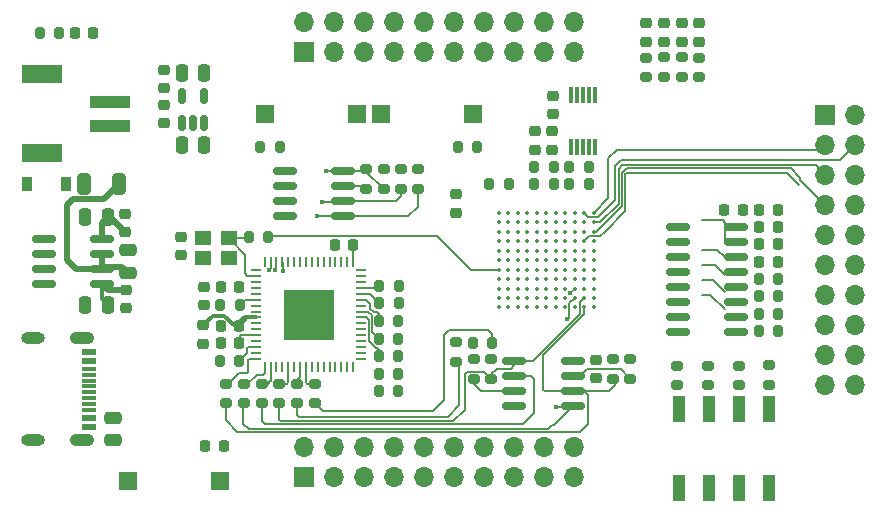
<source format=gbr>
%TF.GenerationSoftware,KiCad,Pcbnew,(6.0.0)*%
%TF.CreationDate,2022-08-04T21:46:00+02:00*%
%TF.ProjectId,TINY-FPGA-BOARD,54494e59-2d46-4504-9741-2d424f415244,rev?*%
%TF.SameCoordinates,Original*%
%TF.FileFunction,Copper,L1,Top*%
%TF.FilePolarity,Positive*%
%FSLAX46Y46*%
G04 Gerber Fmt 4.6, Leading zero omitted, Abs format (unit mm)*
G04 Created by KiCad (PCBNEW (6.0.0)) date 2022-08-04 21:46:00*
%MOMM*%
%LPD*%
G01*
G04 APERTURE LIST*
G04 Aperture macros list*
%AMRoundRect*
0 Rectangle with rounded corners*
0 $1 Rounding radius*
0 $2 $3 $4 $5 $6 $7 $8 $9 X,Y pos of 4 corners*
0 Add a 4 corners polygon primitive as box body*
4,1,4,$2,$3,$4,$5,$6,$7,$8,$9,$2,$3,0*
0 Add four circle primitives for the rounded corners*
1,1,$1+$1,$2,$3*
1,1,$1+$1,$4,$5*
1,1,$1+$1,$6,$7*
1,1,$1+$1,$8,$9*
0 Add four rect primitives between the rounded corners*
20,1,$1+$1,$2,$3,$4,$5,0*
20,1,$1+$1,$4,$5,$6,$7,0*
20,1,$1+$1,$6,$7,$8,$9,0*
20,1,$1+$1,$8,$9,$2,$3,0*%
G04 Aperture macros list end*
%TA.AperFunction,SMDPad,CuDef*%
%ADD10RoundRect,0.225000X-0.250000X0.225000X-0.250000X-0.225000X0.250000X-0.225000X0.250000X0.225000X0*%
%TD*%
%TA.AperFunction,SMDPad,CuDef*%
%ADD11RoundRect,0.200000X0.275000X-0.200000X0.275000X0.200000X-0.275000X0.200000X-0.275000X-0.200000X0*%
%TD*%
%TA.AperFunction,SMDPad,CuDef*%
%ADD12RoundRect,0.200000X-0.275000X0.200000X-0.275000X-0.200000X0.275000X-0.200000X0.275000X0.200000X0*%
%TD*%
%TA.AperFunction,SMDPad,CuDef*%
%ADD13RoundRect,0.225000X0.250000X-0.225000X0.250000X0.225000X-0.250000X0.225000X-0.250000X-0.225000X0*%
%TD*%
%TA.AperFunction,SMDPad,CuDef*%
%ADD14RoundRect,0.200000X-0.200000X-0.275000X0.200000X-0.275000X0.200000X0.275000X-0.200000X0.275000X0*%
%TD*%
%TA.AperFunction,SMDPad,CuDef*%
%ADD15R,3.500000X1.000000*%
%TD*%
%TA.AperFunction,SMDPad,CuDef*%
%ADD16R,3.400000X1.500000*%
%TD*%
%TA.AperFunction,SMDPad,CuDef*%
%ADD17RoundRect,0.250000X-0.475000X0.250000X-0.475000X-0.250000X0.475000X-0.250000X0.475000X0.250000X0*%
%TD*%
%TA.AperFunction,SMDPad,CuDef*%
%ADD18RoundRect,0.250000X-0.250000X-0.475000X0.250000X-0.475000X0.250000X0.475000X-0.250000X0.475000X0*%
%TD*%
%TA.AperFunction,SMDPad,CuDef*%
%ADD19RoundRect,0.150000X0.825000X0.150000X-0.825000X0.150000X-0.825000X-0.150000X0.825000X-0.150000X0*%
%TD*%
%TA.AperFunction,SMDPad,CuDef*%
%ADD20RoundRect,0.225000X-0.225000X-0.250000X0.225000X-0.250000X0.225000X0.250000X-0.225000X0.250000X0*%
%TD*%
%TA.AperFunction,SMDPad,CuDef*%
%ADD21R,1.150000X0.600000*%
%TD*%
%TA.AperFunction,SMDPad,CuDef*%
%ADD22R,1.150000X0.300000*%
%TD*%
%TA.AperFunction,ComponentPad*%
%ADD23O,2.000000X1.000000*%
%TD*%
%TA.AperFunction,ComponentPad*%
%ADD24O,2.100000X1.050000*%
%TD*%
%TA.AperFunction,SMDPad,CuDef*%
%ADD25R,1.120000X2.160000*%
%TD*%
%TA.AperFunction,SMDPad,CuDef*%
%ADD26RoundRect,0.225000X0.225000X0.250000X-0.225000X0.250000X-0.225000X-0.250000X0.225000X-0.250000X0*%
%TD*%
%TA.AperFunction,SMDPad,CuDef*%
%ADD27RoundRect,0.150000X0.150000X-0.512500X0.150000X0.512500X-0.150000X0.512500X-0.150000X-0.512500X0*%
%TD*%
%TA.AperFunction,SMDPad,CuDef*%
%ADD28RoundRect,0.200000X0.200000X0.275000X-0.200000X0.275000X-0.200000X-0.275000X0.200000X-0.275000X0*%
%TD*%
%TA.AperFunction,SMDPad,CuDef*%
%ADD29RoundRect,0.250000X0.250000X0.475000X-0.250000X0.475000X-0.250000X-0.475000X0.250000X-0.475000X0*%
%TD*%
%TA.AperFunction,ComponentPad*%
%ADD30R,1.700000X1.700000*%
%TD*%
%TA.AperFunction,ComponentPad*%
%ADD31O,1.700000X1.700000*%
%TD*%
%TA.AperFunction,SMDPad,CuDef*%
%ADD32RoundRect,0.218750X0.218750X0.256250X-0.218750X0.256250X-0.218750X-0.256250X0.218750X-0.256250X0*%
%TD*%
%TA.AperFunction,SMDPad,CuDef*%
%ADD33RoundRect,0.150000X-0.825000X-0.150000X0.825000X-0.150000X0.825000X0.150000X-0.825000X0.150000X0*%
%TD*%
%TA.AperFunction,SMDPad,CuDef*%
%ADD34RoundRect,0.250000X-0.325000X-0.650000X0.325000X-0.650000X0.325000X0.650000X-0.325000X0.650000X0*%
%TD*%
%TA.AperFunction,SMDPad,CuDef*%
%ADD35R,1.500000X1.500000*%
%TD*%
%TA.AperFunction,SMDPad,CuDef*%
%ADD36RoundRect,0.218750X-0.256250X0.218750X-0.256250X-0.218750X0.256250X-0.218750X0.256250X0.218750X0*%
%TD*%
%TA.AperFunction,SMDPad,CuDef*%
%ADD37R,0.300000X1.400000*%
%TD*%
%TA.AperFunction,SMDPad,CuDef*%
%ADD38R,1.400000X1.200000*%
%TD*%
%TA.AperFunction,SMDPad,CuDef*%
%ADD39R,0.900000X1.200000*%
%TD*%
%TA.AperFunction,SMDPad,CuDef*%
%ADD40RoundRect,0.250000X0.475000X-0.250000X0.475000X0.250000X-0.475000X0.250000X-0.475000X-0.250000X0*%
%TD*%
%TA.AperFunction,SMDPad,CuDef*%
%ADD41RoundRect,0.062500X-0.337500X-0.062500X0.337500X-0.062500X0.337500X0.062500X-0.337500X0.062500X0*%
%TD*%
%TA.AperFunction,SMDPad,CuDef*%
%ADD42RoundRect,0.062500X-0.062500X-0.337500X0.062500X-0.337500X0.062500X0.337500X-0.062500X0.337500X0*%
%TD*%
%TA.AperFunction,SMDPad,CuDef*%
%ADD43R,4.350000X4.350000*%
%TD*%
%TA.AperFunction,SMDPad,CuDef*%
%ADD44C,0.350000*%
%TD*%
%TA.AperFunction,ViaPad*%
%ADD45C,0.400000*%
%TD*%
%TA.AperFunction,Conductor*%
%ADD46C,0.300000*%
%TD*%
%TA.AperFunction,Conductor*%
%ADD47C,0.500000*%
%TD*%
%TA.AperFunction,Conductor*%
%ADD48C,0.127000*%
%TD*%
G04 APERTURE END LIST*
D10*
%TO.P,C12,1*%
%TO.N,+3V3*%
X119270000Y-100855000D03*
%TO.P,C12,2*%
%TO.N,GND*%
X119270000Y-102405000D03*
%TD*%
D11*
%TO.P,R6,1*%
%TO.N,/USB\u002C SPI\u002C RS232 Interface/FT_EECLK*%
X102775000Y-86350000D03*
%TO.P,R6,2*%
%TO.N,+3V3*%
X102775000Y-84700000D03*
%TD*%
D12*
%TO.P,R10,1*%
%TO.N,/USB\u002C SPI\u002C RS232 Interface/FT_DATA*%
X99875000Y-84700000D03*
%TO.P,R10,2*%
%TO.N,Net-(R10-Pad2)*%
X99875000Y-86350000D03*
%TD*%
D13*
%TO.P,C14,1*%
%TO.N,+3V3*%
X115625000Y-83050000D03*
%TO.P,C14,2*%
%TO.N,GND*%
X115625000Y-81500000D03*
%TD*%
D14*
%TO.P,R46,1*%
%TO.N,GND*%
X107625000Y-82850000D03*
%TO.P,R46,2*%
%TO.N,/FPGA IOs  BANKS/BTN1*%
X109275000Y-82850000D03*
%TD*%
D15*
%TO.P,J2,1,Pin_1*%
%TO.N,Net-(D1-Pad2)*%
X78150000Y-79000000D03*
%TO.P,J2,2,Pin_2*%
%TO.N,GND*%
X78150000Y-81000000D03*
D16*
%TO.P,J2,S1*%
%TO.N,N/C*%
X72400000Y-76650000D03*
%TO.P,J2,S2*%
X72400000Y-83350000D03*
%TD*%
D11*
%TO.P,R4,1*%
%TO.N,/SCK*%
X120740000Y-102445000D03*
%TO.P,R4,2*%
%TO.N,+3V3*%
X120740000Y-100795000D03*
%TD*%
D17*
%TO.P,C28,1*%
%TO.N,VBUS*%
X78450000Y-105750000D03*
%TO.P,C28,2*%
%TO.N,GND*%
X78450000Y-107650000D03*
%TD*%
D18*
%TO.P,C36,1*%
%TO.N,GND*%
X76075000Y-96175000D03*
%TO.P,C36,2*%
%TO.N,+3V3*%
X77975000Y-96175000D03*
%TD*%
D11*
%TO.P,R22,1*%
%TO.N,/MOSI*%
X91000000Y-104525000D03*
%TO.P,R22,2*%
%TO.N,/USB\u002C SPI\u002C RS232 Interface/MISO*%
X91000000Y-102875000D03*
%TD*%
D19*
%TO.P,U3,1,CS*%
%TO.N,/USB\u002C SPI\u002C RS232 Interface/FT_EECS*%
X97925000Y-88680000D03*
%TO.P,U3,2,SCLK*%
%TO.N,/USB\u002C SPI\u002C RS232 Interface/FT_EECLK*%
X97925000Y-87410000D03*
%TO.P,U3,3,DI*%
%TO.N,Net-(R10-Pad2)*%
X97925000Y-86140000D03*
%TO.P,U3,4,DO*%
%TO.N,/USB\u002C SPI\u002C RS232 Interface/FT_DATA*%
X97925000Y-84870000D03*
%TO.P,U3,5,GND*%
%TO.N,GND*%
X92975000Y-84870000D03*
%TO.P,U3,6,NC*%
%TO.N,unconnected-(U3-Pad6)*%
X92975000Y-86140000D03*
%TO.P,U3,7,NC*%
%TO.N,unconnected-(U3-Pad7)*%
X92975000Y-87410000D03*
%TO.P,U3,8,VCC*%
%TO.N,+3V3*%
X92975000Y-88680000D03*
%TD*%
D20*
%TO.P,C1,1*%
%TO.N,+3V3*%
X133145000Y-89610000D03*
%TO.P,C1,2*%
%TO.N,GND*%
X134695000Y-89610000D03*
%TD*%
D21*
%TO.P,J1,A1/B12,GND*%
%TO.N,GND*%
X76390000Y-100137500D03*
%TO.P,J1,A4/B9,VBUS*%
%TO.N,VBUS*%
X76390000Y-100937500D03*
D22*
%TO.P,J1,A5,CC1*%
%TO.N,unconnected-(J1-PadA5)*%
X76390000Y-102087500D03*
%TO.P,J1,A6,DP1*%
%TO.N,USB_P*%
X76390000Y-103087500D03*
%TO.P,J1,A7,DN1*%
%TO.N,USB_N*%
X76390000Y-103587500D03*
%TO.P,J1,A8,SBU1*%
%TO.N,GND*%
X76390000Y-104587500D03*
D21*
%TO.P,J1,B1/A12,GND*%
X76390000Y-106537500D03*
%TO.P,J1,B4/A9,VBUS*%
%TO.N,VBUS*%
X76390000Y-105737500D03*
D22*
%TO.P,J1,B5,CC2*%
%TO.N,unconnected-(J1-PadB5)*%
X76390000Y-105087500D03*
%TO.P,J1,B6,DP2*%
%TO.N,USB_P*%
X76390000Y-104087500D03*
%TO.P,J1,B7,DN2*%
%TO.N,USB_N*%
X76390000Y-102587500D03*
%TO.P,J1,B8,SBU2*%
%TO.N,GND*%
X76390000Y-101587500D03*
D23*
%TO.P,J1,G1,GND*%
X71635000Y-99017500D03*
%TO.P,J1,G2,GND*%
X71635000Y-107657500D03*
D24*
%TO.P,J1,G3,GND*%
X75815000Y-99017500D03*
%TO.P,J1,G4,GND*%
X75815000Y-107657500D03*
%TD*%
D25*
%TO.P,SW1,1*%
%TO.N,/FPGA IOs  BANKS/SW1*%
X133935000Y-104960000D03*
%TO.P,SW1,2*%
%TO.N,/FPGA IOs  BANKS/SW2*%
X131395000Y-104960000D03*
%TO.P,SW1,3*%
%TO.N,/FPGA IOs  BANKS/SW3*%
X128855000Y-104960000D03*
%TO.P,SW1,4*%
%TO.N,/FPGA IOs  BANKS/SW4*%
X126315000Y-104960000D03*
%TO.P,SW1,5*%
%TO.N,+3V3*%
X126315000Y-111690000D03*
%TO.P,SW1,6*%
X128855000Y-111690000D03*
%TO.P,SW1,7*%
X131395000Y-111690000D03*
%TO.P,SW1,8*%
X133935000Y-111690000D03*
%TD*%
D10*
%TO.P,C26,1*%
%TO.N,Net-(C26-Pad1)*%
X82775000Y-79275000D03*
%TO.P,C26,2*%
%TO.N,GND*%
X82775000Y-80825000D03*
%TD*%
D13*
%TO.P,C7,1*%
%TO.N,+3V3*%
X115650000Y-80050000D03*
%TO.P,C7,2*%
%TO.N,GND*%
X115650000Y-78500000D03*
%TD*%
D26*
%TO.P,C21,1*%
%TO.N,+3V3*%
X89075000Y-97950000D03*
%TO.P,C21,2*%
%TO.N,GND*%
X87525000Y-97950000D03*
%TD*%
D27*
%TO.P,U6,1,IN*%
%TO.N,+5V*%
X84250000Y-80762500D03*
%TO.P,U6,2,GND*%
%TO.N,GND*%
X85200000Y-80762500D03*
%TO.P,U6,3,EN*%
%TO.N,+5V*%
X86150000Y-80762500D03*
%TO.P,U6,4,BP*%
%TO.N,Net-(C26-Pad1)*%
X86150000Y-78487500D03*
%TO.P,U6,5,OUT*%
%TO.N,+1V2*%
X84250000Y-78487500D03*
%TD*%
D28*
%TO.P,R32,1*%
%TO.N,DAC_nRDY*%
X118700000Y-85925000D03*
%TO.P,R32,2*%
%TO.N,+3V3*%
X117050000Y-85925000D03*
%TD*%
%TO.P,R35,1*%
%TO.N,DAC_SCL*%
X115750000Y-84500000D03*
%TO.P,R35,2*%
%TO.N,+3V3*%
X114100000Y-84500000D03*
%TD*%
D13*
%TO.P,C29,1*%
%TO.N,+1V2*%
X82775000Y-77850000D03*
%TO.P,C29,2*%
%TO.N,GND*%
X82775000Y-76300000D03*
%TD*%
D14*
%TO.P,R29,1*%
%TO.N,ADC_DO*%
X133095000Y-96935000D03*
%TO.P,R29,2*%
%TO.N,+3V3*%
X134745000Y-96935000D03*
%TD*%
D10*
%TO.P,C22,1*%
%TO.N,+3V3*%
X86100000Y-94675000D03*
%TO.P,C22,2*%
%TO.N,GND*%
X86100000Y-96225000D03*
%TD*%
D29*
%TO.P,C25,1*%
%TO.N,+5V*%
X86150000Y-82675000D03*
%TO.P,C25,2*%
%TO.N,GND*%
X84250000Y-82675000D03*
%TD*%
D28*
%TO.P,R11,1*%
%TO.N,Net-(R11-Pad1)*%
X89125000Y-100900000D03*
%TO.P,R11,2*%
%TO.N,+3V3*%
X87475000Y-100900000D03*
%TD*%
D26*
%TO.P,C20,1*%
%TO.N,/USB\u002C SPI\u002C RS232 Interface/VCC1_8FT*%
X89075000Y-99425000D03*
%TO.P,C20,2*%
%TO.N,GND*%
X87525000Y-99425000D03*
%TD*%
D20*
%TO.P,C2,1*%
%TO.N,+3V3*%
X133145000Y-88135000D03*
%TO.P,C2,2*%
%TO.N,GND*%
X134695000Y-88135000D03*
%TD*%
D14*
%TO.P,R31,1*%
%TO.N,ADC_SCLK*%
X133095000Y-93985000D03*
%TO.P,R31,2*%
%TO.N,+3V3*%
X134745000Y-93985000D03*
%TD*%
D12*
%TO.P,R43,1*%
%TO.N,GND*%
X131375000Y-101325000D03*
%TO.P,R43,2*%
%TO.N,/FPGA IOs  BANKS/SW2*%
X131375000Y-102975000D03*
%TD*%
%TO.P,R38,1*%
%TO.N,Net-(D4-Pad2)*%
X126550000Y-75225000D03*
%TO.P,R38,2*%
%TO.N,/FPGA IOs  BANKS/LED2*%
X126550000Y-76875000D03*
%TD*%
D11*
%TO.P,R3,1*%
%TO.N,Net-(R3-Pad1)*%
X108950000Y-102435000D03*
%TO.P,R3,2*%
%TO.N,+3V3*%
X108950000Y-100785000D03*
%TD*%
D18*
%TO.P,C27,1*%
%TO.N,+1V2*%
X84250000Y-76575000D03*
%TO.P,C27,2*%
%TO.N,GND*%
X86150000Y-76575000D03*
%TD*%
D30*
%TO.P,J3,1,Pin_1*%
%TO.N,+3V3*%
X138725000Y-80075000D03*
D31*
%TO.P,J3,2,Pin_2*%
X141265000Y-80075000D03*
%TO.P,J3,3,Pin_3*%
%TO.N,/FPGA IOs  BANKS/IO168*%
X138725000Y-82615000D03*
%TO.P,J3,4,Pin_4*%
%TO.N,/FPGA IOs  BANKS/IO170*%
X141265000Y-82615000D03*
%TO.P,J3,5,Pin_5*%
%TO.N,/FPGA IOs  BANKS/IO161*%
X138725000Y-85155000D03*
%TO.P,J3,6,Pin_6*%
%TO.N,/FPGA IOs  BANKS/IO154*%
X141265000Y-85155000D03*
%TO.P,J3,7,Pin_7*%
%TO.N,/FPGA IOs  BANKS/IO160*%
X138725000Y-87695000D03*
%TO.P,J3,8,Pin_8*%
%TO.N,/FPGA IOs  BANKS/IO141*%
X141265000Y-87695000D03*
%TO.P,J3,9,Pin_9*%
%TO.N,/FPGA IOs  BANKS/IO152*%
X138725000Y-90235000D03*
%TO.P,J3,10,Pin_10*%
%TO.N,/FPGA IOs  BANKS/IO136*%
X141265000Y-90235000D03*
%TO.P,J3,11,Pin_11*%
%TO.N,/FPGA IOs  BANKS/IO148*%
X138725000Y-92775000D03*
%TO.P,J3,12,Pin_12*%
%TO.N,/FPGA IOs  BANKS/IO120*%
X141265000Y-92775000D03*
%TO.P,J3,13,Pin_13*%
%TO.N,/FPGA IOs  BANKS/IO140*%
X138725000Y-95315000D03*
%TO.P,J3,14,Pin_14*%
%TO.N,/FPGA IOs  BANKS/IO116*%
X141265000Y-95315000D03*
%TO.P,J3,15,Pin_15*%
%TO.N,/FPGA IOs  BANKS/IO119*%
X138725000Y-97855000D03*
%TO.P,J3,16,Pin_16*%
%TO.N,/FPGA IOs  BANKS/IO128*%
X141265000Y-97855000D03*
%TO.P,J3,17,Pin_17*%
%TO.N,/FPGA IOs  BANKS/IO114*%
X138725000Y-100395000D03*
%TO.P,J3,18,Pin_18*%
%TO.N,/FPGA IOs  BANKS/IO104*%
X141265000Y-100395000D03*
%TO.P,J3,19,Pin_19*%
%TO.N,GND*%
X138725000Y-102935000D03*
%TO.P,J3,20,Pin_20*%
X141265000Y-102935000D03*
%TD*%
D14*
%TO.P,R28,1*%
%TO.N,ADC_nCS*%
X133095000Y-98410000D03*
%TO.P,R28,2*%
%TO.N,+3V3*%
X134745000Y-98410000D03*
%TD*%
D11*
%TO.P,R5,1*%
%TO.N,/CS*%
X110420000Y-102445000D03*
%TO.P,R5,2*%
%TO.N,+3V3*%
X110420000Y-100795000D03*
%TD*%
D32*
%TO.P,D2,1,K*%
%TO.N,GND*%
X76762500Y-73150000D03*
%TO.P,D2,2,A*%
%TO.N,Net-(D2-Pad2)*%
X75187500Y-73150000D03*
%TD*%
D33*
%TO.P,U9,1,CH0*%
%TO.N,ADC0*%
X126245000Y-89565000D03*
%TO.P,U9,2,CH1*%
%TO.N,ADC1*%
X126245000Y-90835000D03*
%TO.P,U9,3,CH2*%
%TO.N,ADC2*%
X126245000Y-92105000D03*
%TO.P,U9,4,CH3*%
%TO.N,ADC3*%
X126245000Y-93375000D03*
%TO.P,U9,5,CH4*%
%TO.N,ADC4*%
X126245000Y-94645000D03*
%TO.P,U9,6,CH5*%
%TO.N,ADC5*%
X126245000Y-95915000D03*
%TO.P,U9,7,CH6*%
%TO.N,ADC6*%
X126245000Y-97185000D03*
%TO.P,U9,8,CH7*%
%TO.N,ADC7*%
X126245000Y-98455000D03*
%TO.P,U9,9,DGND*%
%TO.N,GND*%
X131195000Y-98455000D03*
%TO.P,U9,10,~{CS}/SHDN*%
%TO.N,ADC_nCS*%
X131195000Y-97185000D03*
%TO.P,U9,11,Din*%
%TO.N,ADC_DO*%
X131195000Y-95915000D03*
%TO.P,U9,12,Dout*%
%TO.N,ADC_DI*%
X131195000Y-94645000D03*
%TO.P,U9,13,CLK*%
%TO.N,ADC_SCLK*%
X131195000Y-93375000D03*
%TO.P,U9,14,AGND*%
%TO.N,GND*%
X131195000Y-92105000D03*
%TO.P,U9,15,Vref*%
%TO.N,Net-(C4-Pad1)*%
X131195000Y-90835000D03*
%TO.P,U9,16,Vdd*%
%TO.N,+3V3*%
X131195000Y-89565000D03*
%TD*%
D29*
%TO.P,C32,1*%
%TO.N,+2V5*%
X77950000Y-88775000D03*
%TO.P,C32,2*%
%TO.N,GND*%
X76050000Y-88775000D03*
%TD*%
D11*
%TO.P,R7,1*%
%TO.N,/USB\u002C SPI\u002C RS232 Interface/FT_DATA*%
X101325000Y-86350000D03*
%TO.P,R7,2*%
%TO.N,+3V3*%
X101325000Y-84700000D03*
%TD*%
D33*
%TO.P,U2,1,~{CS}*%
%TO.N,/CS*%
X112375000Y-100945000D03*
%TO.P,U2,2,DO(IO1)*%
%TO.N,/MOSI*%
X112375000Y-102215000D03*
%TO.P,U2,3,IO2*%
%TO.N,Net-(R3-Pad1)*%
X112375000Y-103485000D03*
%TO.P,U2,4,GND*%
%TO.N,GND*%
X112375000Y-104755000D03*
%TO.P,U2,5,DI(IO0)*%
%TO.N,/MISO*%
X117325000Y-104755000D03*
%TO.P,U2,6,CLK*%
%TO.N,/SCK*%
X117325000Y-103485000D03*
%TO.P,U2,7,IO3*%
%TO.N,Net-(R2-Pad1)*%
X117325000Y-102215000D03*
%TO.P,U2,8,VCC*%
%TO.N,+3V3*%
X117325000Y-100945000D03*
%TD*%
D26*
%TO.P,C24,1*%
%TO.N,+3V3*%
X89075000Y-94700000D03*
%TO.P,C24,2*%
%TO.N,GND*%
X87525000Y-94700000D03*
%TD*%
D28*
%TO.P,R17,1*%
%TO.N,/USB\u002C SPI\u002C RS232 Interface/DTRn*%
X102575000Y-97550000D03*
%TO.P,R17,2*%
%TO.N,Net-(R17-Pad2)*%
X100925000Y-97550000D03*
%TD*%
D14*
%TO.P,R45,1*%
%TO.N,GND*%
X90875000Y-82825000D03*
%TO.P,R45,2*%
%TO.N,/FPGA IOs  BANKS/BTN0*%
X92525000Y-82825000D03*
%TD*%
D12*
%TO.P,R41,1*%
%TO.N,GND*%
X126200000Y-101325000D03*
%TO.P,R41,2*%
%TO.N,/FPGA IOs  BANKS/SW4*%
X126200000Y-102975000D03*
%TD*%
D28*
%TO.P,R14,1*%
%TO.N,/USB\u002C SPI\u002C RS232 Interface/RS232_TX_TTL*%
X102575000Y-102000000D03*
%TO.P,R14,2*%
%TO.N,Net-(R14-Pad2)*%
X100925000Y-102000000D03*
%TD*%
D34*
%TO.P,FB1,1*%
%TO.N,VBUS*%
X75975000Y-85925000D03*
%TO.P,FB1,2*%
%TO.N,+5V*%
X78925000Y-85925000D03*
%TD*%
D14*
%TO.P,R1,1*%
%TO.N,Net-(C3-Pad1)*%
X110275000Y-85950000D03*
%TO.P,R1,2*%
%TO.N,+1V2*%
X111925000Y-85950000D03*
%TD*%
D11*
%TO.P,R2,1*%
%TO.N,Net-(R2-Pad1)*%
X122200000Y-102445000D03*
%TO.P,R2,2*%
%TO.N,+3V3*%
X122200000Y-100795000D03*
%TD*%
D12*
%TO.P,R42,1*%
%TO.N,GND*%
X128775000Y-101325000D03*
%TO.P,R42,2*%
%TO.N,/FPGA IOs  BANKS/SW3*%
X128775000Y-102975000D03*
%TD*%
D11*
%TO.P,R23,1*%
%TO.N,/CS*%
X92500000Y-104525000D03*
%TO.P,R23,2*%
%TO.N,/USB\u002C SPI\u002C RS232 Interface/SS*%
X92500000Y-102875000D03*
%TD*%
D20*
%TO.P,C4,1*%
%TO.N,Net-(C4-Pad1)*%
X133145000Y-92535000D03*
%TO.P,C4,2*%
%TO.N,GND*%
X134695000Y-92535000D03*
%TD*%
%TO.P,C5,1*%
%TO.N,Net-(C4-Pad1)*%
X133145000Y-91060000D03*
%TO.P,C5,2*%
%TO.N,GND*%
X134695000Y-91060000D03*
%TD*%
D28*
%TO.P,R36,1*%
%TO.N,Net-(D2-Pad2)*%
X73850000Y-73150000D03*
%TO.P,R36,2*%
%TO.N,+3V3*%
X72200000Y-73150000D03*
%TD*%
D30*
%TO.P,J4,1,Pin_1*%
%TO.N,+3V3*%
X94575000Y-74775000D03*
D31*
%TO.P,J4,2,Pin_2*%
X94575000Y-72235000D03*
%TO.P,J4,3,Pin_3*%
%TO.N,/FPGA IOs  BANKS/IO225*%
X97115000Y-74775000D03*
%TO.P,J4,4,Pin_4*%
%TO.N,/FPGA IOs  BANKS/IO221*%
X97115000Y-72235000D03*
%TO.P,J4,5,Pin_5*%
%TO.N,/FPGA IOs  BANKS/IO222*%
X99655000Y-74775000D03*
%TO.P,J4,6,Pin_6*%
%TO.N,/FPGA IOs  BANKS/IO219*%
X99655000Y-72235000D03*
%TO.P,J4,7,Pin_7*%
%TO.N,/FPGA IOs  BANKS/IO223*%
X102195000Y-74775000D03*
%TO.P,J4,8,Pin_8*%
%TO.N,/FPGA IOs  BANKS/IO208*%
X102195000Y-72235000D03*
%TO.P,J4,9,Pin_9*%
%TO.N,/FPGA IOs  BANKS/IO211*%
X104735000Y-74775000D03*
%TO.P,J4,10,Pin_10*%
%TO.N,/FPGA IOs  BANKS/IO198*%
X104735000Y-72235000D03*
%TO.P,J4,11,Pin_11*%
%TO.N,/FPGA IOs  BANKS/IO207*%
X107275000Y-74775000D03*
%TO.P,J4,12,Pin_12*%
%TO.N,/FPGA IOs  BANKS/IO197*%
X107275000Y-72235000D03*
%TO.P,J4,13,Pin_13*%
%TO.N,/FPGA IOs  BANKS/IO206*%
X109815000Y-74775000D03*
%TO.P,J4,14,Pin_14*%
%TO.N,/FPGA IOs  BANKS/IO177*%
X109815000Y-72235000D03*
%TO.P,J4,15,Pin_15*%
%TO.N,/FPGA IOs  BANKS/IO192*%
X112355000Y-74775000D03*
%TO.P,J4,16,Pin_16*%
%TO.N,/FPGA IOs  BANKS/IO174*%
X112355000Y-72235000D03*
%TO.P,J4,17,Pin_17*%
%TO.N,/FPGA IOs  BANKS/IO190*%
X114895000Y-74775000D03*
%TO.P,J4,18,Pin_18*%
%TO.N,/FPGA IOs  BANKS/IO178*%
X114895000Y-72235000D03*
%TO.P,J4,19,Pin_19*%
%TO.N,GND*%
X117435000Y-74775000D03*
%TO.P,J4,20,Pin_20*%
X117435000Y-72235000D03*
%TD*%
D11*
%TO.P,R26,1*%
%TO.N,/ICE_CDONE*%
X107470000Y-100985000D03*
%TO.P,R26,2*%
%TO.N,+3V3*%
X107470000Y-99335000D03*
%TD*%
%TO.P,R20,1*%
%TO.N,/SCK*%
X88000000Y-104525000D03*
%TO.P,R20,2*%
%TO.N,/USB\u002C SPI\u002C RS232 Interface/SCK*%
X88000000Y-102875000D03*
%TD*%
D35*
%TO.P,SW4,1,1*%
%TO.N,+3V3*%
X101100000Y-80025000D03*
%TO.P,SW4,2,2*%
%TO.N,/FPGA IOs  BANKS/BTN1*%
X108900000Y-80025000D03*
%TD*%
D28*
%TO.P,R34,1*%
%TO.N,DAC_SDA*%
X118675000Y-84500000D03*
%TO.P,R34,2*%
%TO.N,+3V3*%
X117025000Y-84500000D03*
%TD*%
D36*
%TO.P,D3,1,K*%
%TO.N,GND*%
X128050000Y-72312500D03*
%TO.P,D3,2,A*%
%TO.N,Net-(D3-Pad2)*%
X128050000Y-73887500D03*
%TD*%
%TO.P,D5,1,K*%
%TO.N,GND*%
X125050000Y-72312500D03*
%TO.P,D5,2,A*%
%TO.N,Net-(D5-Pad2)*%
X125050000Y-73887500D03*
%TD*%
D11*
%TO.P,R25,1*%
%TO.N,/ICE_CREST*%
X95550000Y-104525000D03*
%TO.P,R25,2*%
%TO.N,Net-(R25-Pad2)*%
X95550000Y-102875000D03*
%TD*%
D30*
%TO.P,J5,1,Pin_1*%
%TO.N,+3V3*%
X94575000Y-110775000D03*
D31*
%TO.P,J5,2,Pin_2*%
X94575000Y-108235000D03*
%TO.P,J5,3,Pin_3*%
%TO.N,/FPGA IOs  BANKS/IO56*%
X97115000Y-110775000D03*
%TO.P,J5,4,Pin_4*%
%TO.N,unconnected-(J5-Pad4)*%
X97115000Y-108235000D03*
%TO.P,J5,5,Pin_5*%
%TO.N,/FPGA IOs  BANKS/IO61*%
X99655000Y-110775000D03*
%TO.P,J5,6,Pin_6*%
%TO.N,unconnected-(J5-Pad6)*%
X99655000Y-108235000D03*
%TO.P,J5,7,Pin_7*%
%TO.N,/FPGA IOs  BANKS/IO71*%
X102195000Y-110775000D03*
%TO.P,J5,8,Pin_8*%
%TO.N,unconnected-(J5-Pad8)*%
X102195000Y-108235000D03*
%TO.P,J5,9,Pin_9*%
%TO.N,/FPGA IOs  BANKS/IO72*%
X104735000Y-110775000D03*
%TO.P,J5,10,Pin_10*%
%TO.N,/FPGA IOs  BANKS/IO63*%
X104735000Y-108235000D03*
%TO.P,J5,11,Pin_11*%
%TO.N,/FPGA IOs  BANKS/IO181*%
X107275000Y-110775000D03*
%TO.P,J5,12,Pin_12*%
%TO.N,/FPGA IOs  BANKS/IO73*%
X107275000Y-108235000D03*
%TO.P,J5,13,Pin_13*%
%TO.N,/FPGA IOs  BANKS/IO94*%
X109815000Y-110775000D03*
%TO.P,J5,14,Pin_14*%
%TO.N,/FPGA IOs  BANKS/IO79*%
X109815000Y-108235000D03*
%TO.P,J5,15,Pin_15*%
%TO.N,/FPGA IOs  BANKS/IO103*%
X112355000Y-110775000D03*
%TO.P,J5,16,Pin_16*%
%TO.N,/FPGA IOs  BANKS/IO82*%
X112355000Y-108235000D03*
%TO.P,J5,17,Pin_17*%
%TO.N,/FPGA IOs  BANKS/IO115*%
X114895000Y-110775000D03*
%TO.P,J5,18,Pin_18*%
%TO.N,/FPGA IOs  BANKS/IO89*%
X114895000Y-108235000D03*
%TO.P,J5,19,Pin_19*%
%TO.N,GND*%
X117435000Y-110775000D03*
%TO.P,J5,20,Pin_20*%
X117435000Y-108235000D03*
%TD*%
D12*
%TO.P,R40,1*%
%TO.N,Net-(D6-Pad2)*%
X123550000Y-75250000D03*
%TO.P,R40,2*%
%TO.N,/FPGA IOs  BANKS/LED4*%
X123550000Y-76900000D03*
%TD*%
D37*
%TO.P,U10,1,VDD*%
%TO.N,+3V3*%
X117200000Y-82800000D03*
%TO.P,U10,2,SCL*%
%TO.N,DAC_SCL*%
X117700000Y-82800000D03*
%TO.P,U10,3,SDA*%
%TO.N,DAC_SDA*%
X118200000Y-82800000D03*
%TO.P,U10,4,~{LDAC}*%
%TO.N,DAC_nLDAC*%
X118700000Y-82800000D03*
%TO.P,U10,5,RDY/~{BSY}*%
%TO.N,DAC_nRDY*%
X119200000Y-82800000D03*
%TO.P,U10,6,VOUTA*%
%TO.N,DAC1*%
X119200000Y-78400000D03*
%TO.P,U10,7,VOUTB*%
%TO.N,DAC2*%
X118700000Y-78400000D03*
%TO.P,U10,8,VOUTC*%
%TO.N,DAC3*%
X118200000Y-78400000D03*
%TO.P,U10,9,VOUTD*%
%TO.N,DAC4*%
X117700000Y-78400000D03*
%TO.P,U10,10,VSS*%
%TO.N,GND*%
X117200000Y-78400000D03*
%TD*%
D11*
%TO.P,R21,1*%
%TO.N,/MISO*%
X89500000Y-104525000D03*
%TO.P,R21,2*%
%TO.N,/USB\u002C SPI\u002C RS232 Interface/MOSI*%
X89500000Y-102875000D03*
%TD*%
D38*
%TO.P,U4,1,Standby*%
%TO.N,unconnected-(U4-Pad1)*%
X86000000Y-92250000D03*
%TO.P,U4,2,GND*%
%TO.N,GND*%
X88200000Y-92250000D03*
%TO.P,U4,3,Out*%
%TO.N,Net-(R9-Pad1)*%
X88200000Y-90550000D03*
%TO.P,U4,4,VDD*%
%TO.N,+3V3*%
X86000000Y-90550000D03*
%TD*%
D13*
%TO.P,C33,1*%
%TO.N,+2V5*%
X79450000Y-90025000D03*
%TO.P,C33,2*%
%TO.N,GND*%
X79450000Y-88475000D03*
%TD*%
D26*
%TO.P,C19,1*%
%TO.N,/USB\u002C SPI\u002C RS232 Interface/VCC1_8FT*%
X98740000Y-91150000D03*
%TO.P,C19,2*%
%TO.N,GND*%
X97190000Y-91150000D03*
%TD*%
D39*
%TO.P,D1,1,K*%
%TO.N,VBUS*%
X74450000Y-85925000D03*
%TO.P,D1,2,A*%
%TO.N,Net-(D1-Pad2)*%
X71150000Y-85925000D03*
%TD*%
D28*
%TO.P,R15,1*%
%TO.N,/USB\u002C SPI\u002C RS232 Interface/RTSn*%
X102575000Y-100500000D03*
%TO.P,R15,2*%
%TO.N,Net-(R15-Pad2)*%
X100925000Y-100500000D03*
%TD*%
D11*
%TO.P,R8,1*%
%TO.N,/USB\u002C SPI\u002C RS232 Interface/FT_EECS*%
X104225000Y-86350000D03*
%TO.P,R8,2*%
%TO.N,+3V3*%
X104225000Y-84700000D03*
%TD*%
D10*
%TO.P,C17,1*%
%TO.N,+3V3*%
X84200000Y-90425000D03*
%TO.P,C17,2*%
%TO.N,GND*%
X84200000Y-91975000D03*
%TD*%
D26*
%TO.P,C16,1*%
%TO.N,/ICE_CREST*%
X87775000Y-108100000D03*
%TO.P,C16,2*%
%TO.N,GND*%
X86225000Y-108100000D03*
%TD*%
D28*
%TO.P,R27,1*%
%TO.N,/ICE_CREST*%
X110515000Y-99400000D03*
%TO.P,R27,2*%
%TO.N,+3V3*%
X108865000Y-99400000D03*
%TD*%
%TO.P,R16,1*%
%TO.N,/USB\u002C SPI\u002C RS232 Interface/CTSn*%
X102550000Y-99050000D03*
%TO.P,R16,2*%
%TO.N,Net-(R16-Pad2)*%
X100900000Y-99050000D03*
%TD*%
D35*
%TO.P,SW2,1,1*%
%TO.N,/ICE_CREST*%
X87475000Y-111100000D03*
%TO.P,SW2,2,2*%
%TO.N,GND*%
X79675000Y-111100000D03*
%TD*%
D28*
%TO.P,R13,1*%
%TO.N,/USB\u002C SPI\u002C RS232 Interface/RS232_RX_TTL*%
X102550000Y-103450000D03*
%TO.P,R13,2*%
%TO.N,Net-(R13-Pad2)*%
X100900000Y-103450000D03*
%TD*%
D12*
%TO.P,R37,1*%
%TO.N,Net-(D3-Pad2)*%
X128050000Y-75250000D03*
%TO.P,R37,2*%
%TO.N,/FPGA IOs  BANKS/LED1*%
X128050000Y-76900000D03*
%TD*%
D10*
%TO.P,C23,1*%
%TO.N,+3V3*%
X86075000Y-97925000D03*
%TO.P,C23,2*%
%TO.N,GND*%
X86075000Y-99475000D03*
%TD*%
D40*
%TO.P,C30,1*%
%TO.N,+5V*%
X79675000Y-93450000D03*
%TO.P,C30,2*%
%TO.N,GND*%
X79675000Y-91550000D03*
%TD*%
D32*
%TO.P,L1,1*%
%TO.N,+3V3*%
X131720000Y-88135000D03*
%TO.P,L1,2*%
%TO.N,Net-(C4-Pad1)*%
X130145000Y-88135000D03*
%TD*%
D28*
%TO.P,R19,1*%
%TO.N,/USB\u002C SPI\u002C RS232 Interface/DCDn*%
X102625000Y-94550000D03*
%TO.P,R19,2*%
%TO.N,Net-(R19-Pad2)*%
X100975000Y-94550000D03*
%TD*%
D14*
%TO.P,R12,1*%
%TO.N,GND*%
X87500000Y-96175000D03*
%TO.P,R12,2*%
%TO.N,Net-(R12-Pad2)*%
X89150000Y-96175000D03*
%TD*%
D11*
%TO.P,R24,1*%
%TO.N,/ICE_CDONE*%
X94000000Y-104525000D03*
%TO.P,R24,2*%
%TO.N,Net-(R24-Pad2)*%
X94000000Y-102875000D03*
%TD*%
D36*
%TO.P,D6,1,K*%
%TO.N,GND*%
X123550000Y-72312500D03*
%TO.P,D6,2,A*%
%TO.N,Net-(D6-Pad2)*%
X123550000Y-73887500D03*
%TD*%
D35*
%TO.P,SW3,1,1*%
%TO.N,+3V3*%
X99050000Y-80025000D03*
%TO.P,SW3,2,2*%
%TO.N,/FPGA IOs  BANKS/BTN0*%
X91250000Y-80025000D03*
%TD*%
D19*
%TO.P,U11,1,OUTA*%
%TO.N,+3V3*%
X77500000Y-94380000D03*
%TO.P,U11,2,INA*%
%TO.N,+5V*%
X77500000Y-93110000D03*
%TO.P,U11,3,INB*%
X77500000Y-91840000D03*
%TO.P,U11,4,OUTB*%
%TO.N,+2V5*%
X77500000Y-90570000D03*
%TO.P,U11,5,GND*%
%TO.N,GND*%
X72550000Y-90570000D03*
%TO.P,U11,6,GND*%
X72550000Y-91840000D03*
%TO.P,U11,7,GND*%
X72550000Y-93110000D03*
%TO.P,U11,8,GND*%
X72550000Y-94380000D03*
%TD*%
D13*
%TO.P,C13,1*%
%TO.N,+3V3*%
X114175000Y-83050000D03*
%TO.P,C13,2*%
%TO.N,GND*%
X114175000Y-81500000D03*
%TD*%
D41*
%TO.P,U5,1,GND*%
%TO.N,GND*%
X90550000Y-93250000D03*
%TO.P,U5,2,OSCI*%
%TO.N,Net-(R9-Pad1)*%
X90550000Y-93750000D03*
%TO.P,U5,3,OSCO*%
%TO.N,unconnected-(U5-Pad3)*%
X90550000Y-94250000D03*
%TO.P,U5,4,VPHY*%
%TO.N,+3V3*%
X90550000Y-94750000D03*
%TO.P,U5,5,GND*%
%TO.N,GND*%
X90550000Y-95250000D03*
%TO.P,U5,6,REF*%
%TO.N,Net-(R12-Pad2)*%
X90550000Y-95750000D03*
%TO.P,U5,7,DM*%
%TO.N,USB_N*%
X90550000Y-96250000D03*
%TO.P,U5,8,DP*%
%TO.N,USB_P*%
X90550000Y-96750000D03*
%TO.P,U5,9,VPLL*%
%TO.N,+3V3*%
X90550000Y-97250000D03*
%TO.P,U5,10,AGND*%
%TO.N,GND*%
X90550000Y-97750000D03*
%TO.P,U5,11,GND*%
X90550000Y-98250000D03*
%TO.P,U5,12,VCORE*%
%TO.N,/USB\u002C SPI\u002C RS232 Interface/VCC1_8FT*%
X90550000Y-98750000D03*
%TO.P,U5,13,TEST*%
%TO.N,GND*%
X90550000Y-99250000D03*
%TO.P,U5,14,~{RESET}*%
%TO.N,Net-(R11-Pad1)*%
X90550000Y-99750000D03*
%TO.P,U5,15,GND*%
%TO.N,GND*%
X90550000Y-100250000D03*
%TO.P,U5,16,ADBUS0*%
%TO.N,/USB\u002C SPI\u002C RS232 Interface/SCK*%
X90550000Y-100750000D03*
D42*
%TO.P,U5,17,ADBUS1*%
%TO.N,/USB\u002C SPI\u002C RS232 Interface/MOSI*%
X91250000Y-101450000D03*
%TO.P,U5,18,ADBUS2*%
%TO.N,/USB\u002C SPI\u002C RS232 Interface/MISO*%
X91750000Y-101450000D03*
%TO.P,U5,19,ADBUS3*%
%TO.N,unconnected-(U5-Pad19)*%
X92250000Y-101450000D03*
%TO.P,U5,20,VCCIO*%
%TO.N,+3V3*%
X92750000Y-101450000D03*
%TO.P,U5,21,ADBUS4*%
%TO.N,/USB\u002C SPI\u002C RS232 Interface/SS*%
X93250000Y-101450000D03*
%TO.P,U5,22,ADBUS5*%
%TO.N,unconnected-(U5-Pad22)*%
X93750000Y-101450000D03*
%TO.P,U5,23,ADBUS6*%
%TO.N,Net-(R24-Pad2)*%
X94250000Y-101450000D03*
%TO.P,U5,24,ADBUS7*%
%TO.N,Net-(R25-Pad2)*%
X94750000Y-101450000D03*
%TO.P,U5,25,GND*%
%TO.N,GND*%
X95250000Y-101450000D03*
%TO.P,U5,26,ACBUS0*%
%TO.N,unconnected-(U5-Pad26)*%
X95750000Y-101450000D03*
%TO.P,U5,27,ACBUS1*%
%TO.N,unconnected-(U5-Pad27)*%
X96250000Y-101450000D03*
%TO.P,U5,28,ACBUS2*%
%TO.N,unconnected-(U5-Pad28)*%
X96750000Y-101450000D03*
%TO.P,U5,29,ACBUS3*%
%TO.N,unconnected-(U5-Pad29)*%
X97250000Y-101450000D03*
%TO.P,U5,30,ACBUS4*%
%TO.N,unconnected-(U5-Pad30)*%
X97750000Y-101450000D03*
%TO.P,U5,31,VCCIO*%
%TO.N,+3V3*%
X98250000Y-101450000D03*
%TO.P,U5,32,ACBUS5*%
%TO.N,unconnected-(U5-Pad32)*%
X98750000Y-101450000D03*
D41*
%TO.P,U5,33,ACBUS6*%
%TO.N,unconnected-(U5-Pad33)*%
X99450000Y-100750000D03*
%TO.P,U5,34,ACBUS7*%
%TO.N,unconnected-(U5-Pad34)*%
X99450000Y-100250000D03*
%TO.P,U5,35,GND*%
%TO.N,GND*%
X99450000Y-99750000D03*
%TO.P,U5,36,~{SUSPEND}*%
%TO.N,unconnected-(U5-Pad36)*%
X99450000Y-99250000D03*
%TO.P,U5,37,VCORE*%
%TO.N,/USB\u002C SPI\u002C RS232 Interface/VCC1_8FT*%
X99450000Y-98750000D03*
%TO.P,U5,38,BDBUS0*%
%TO.N,Net-(R13-Pad2)*%
X99450000Y-98250000D03*
%TO.P,U5,39,BDBUS1*%
%TO.N,Net-(R14-Pad2)*%
X99450000Y-97750000D03*
%TO.P,U5,40,BDBUS2*%
%TO.N,Net-(R15-Pad2)*%
X99450000Y-97250000D03*
%TO.P,U5,41,BDBUS3*%
%TO.N,Net-(R16-Pad2)*%
X99450000Y-96750000D03*
%TO.P,U5,42,VCCIO*%
%TO.N,+3V3*%
X99450000Y-96250000D03*
%TO.P,U5,43,BDBUS4*%
%TO.N,Net-(R17-Pad2)*%
X99450000Y-95750000D03*
%TO.P,U5,44,BDBUS5*%
%TO.N,Net-(R18-Pad2)*%
X99450000Y-95250000D03*
%TO.P,U5,45,BDBUS6*%
%TO.N,Net-(R19-Pad2)*%
X99450000Y-94750000D03*
%TO.P,U5,46,BDBUS7*%
%TO.N,unconnected-(U5-Pad46)*%
X99450000Y-94250000D03*
%TO.P,U5,47,GND*%
%TO.N,GND*%
X99450000Y-93750000D03*
%TO.P,U5,48,BCBUS0*%
%TO.N,unconnected-(U5-Pad48)*%
X99450000Y-93250000D03*
D42*
%TO.P,U5,49,VREGOUT*%
%TO.N,/USB\u002C SPI\u002C RS232 Interface/VCC1_8FT*%
X98750000Y-92550000D03*
%TO.P,U5,50,VREGIN*%
%TO.N,+3V3*%
X98250000Y-92550000D03*
%TO.P,U5,51,GND*%
%TO.N,GND*%
X97750000Y-92550000D03*
%TO.P,U5,52,BCBUS1*%
%TO.N,unconnected-(U5-Pad52)*%
X97250000Y-92550000D03*
%TO.P,U5,53,BCBUS2*%
%TO.N,unconnected-(U5-Pad53)*%
X96750000Y-92550000D03*
%TO.P,U5,54,BCBUS3*%
%TO.N,unconnected-(U5-Pad54)*%
X96250000Y-92550000D03*
%TO.P,U5,55,BCBUS4*%
%TO.N,unconnected-(U5-Pad55)*%
X95750000Y-92550000D03*
%TO.P,U5,56,VCCIO*%
%TO.N,+3V3*%
X95250000Y-92550000D03*
%TO.P,U5,57,BCBUS5*%
%TO.N,unconnected-(U5-Pad57)*%
X94750000Y-92550000D03*
%TO.P,U5,58,BCBUS6*%
%TO.N,unconnected-(U5-Pad58)*%
X94250000Y-92550000D03*
%TO.P,U5,59,BCBUS7*%
%TO.N,unconnected-(U5-Pad59)*%
X93750000Y-92550000D03*
%TO.P,U5,60,~{PWREN}*%
%TO.N,unconnected-(U5-Pad60)*%
X93250000Y-92550000D03*
%TO.P,U5,61,EEDATA*%
%TO.N,/USB\u002C SPI\u002C RS232 Interface/FT_DATA*%
X92750000Y-92550000D03*
%TO.P,U5,62,EECLK*%
%TO.N,/USB\u002C SPI\u002C RS232 Interface/FT_EECLK*%
X92250000Y-92550000D03*
%TO.P,U5,63,EECS*%
%TO.N,/USB\u002C SPI\u002C RS232 Interface/FT_EECS*%
X91750000Y-92550000D03*
%TO.P,U5,64,VCORE*%
%TO.N,/USB\u002C SPI\u002C RS232 Interface/VCC1_8FT*%
X91250000Y-92550000D03*
D43*
%TO.P,U5,65,GND*%
%TO.N,GND*%
X95000000Y-97000000D03*
%TD*%
D12*
%TO.P,R44,1*%
%TO.N,GND*%
X133975000Y-101300000D03*
%TO.P,R44,2*%
%TO.N,/FPGA IOs  BANKS/SW1*%
X133975000Y-102950000D03*
%TD*%
D28*
%TO.P,R18,1*%
%TO.N,/USB\u002C SPI\u002C RS232 Interface/DSRn*%
X102600000Y-96050000D03*
%TO.P,R18,2*%
%TO.N,Net-(R18-Pad2)*%
X100950000Y-96050000D03*
%TD*%
D13*
%TO.P,C37,1*%
%TO.N,GND*%
X79475000Y-96450000D03*
%TO.P,C37,2*%
%TO.N,+3V3*%
X79475000Y-94900000D03*
%TD*%
D44*
%TO.P,U1,A1,IOT_225*%
%TO.N,/FPGA IOs  BANKS/IO225*%
X111100000Y-88400000D03*
%TO.P,U1,A2,IOT_222*%
%TO.N,/FPGA IOs  BANKS/IO222*%
X111900000Y-88400000D03*
%TO.P,U1,A3,IOT_223*%
%TO.N,/FPGA IOs  BANKS/IO223*%
X112700000Y-88400000D03*
%TO.P,U1,A4,IOT_211*%
%TO.N,/FPGA IOs  BANKS/IO211*%
X113500000Y-88400000D03*
%TO.P,U1,A5,IOT_207*%
%TO.N,/FPGA IOs  BANKS/IO207*%
X114300000Y-88400000D03*
%TO.P,U1,A6,IOT_206*%
%TO.N,/FPGA IOs  BANKS/IO206*%
X115100000Y-88400000D03*
%TO.P,U1,A7,IOT_192*%
%TO.N,/FPGA IOs  BANKS/IO192*%
X115900000Y-88400000D03*
%TO.P,U1,A8,IOT_190*%
%TO.N,/FPGA IOs  BANKS/IO190*%
X116700000Y-88400000D03*
%TO.P,U1,A9,IOT_178*%
%TO.N,/FPGA IOs  BANKS/IO178*%
X117500000Y-88400000D03*
%TO.P,U1,A10,IOT_170*%
%TO.N,/FPGA IOs  BANKS/IO170*%
X118300000Y-88400000D03*
%TO.P,U1,A11,IOT_168*%
%TO.N,/FPGA IOs  BANKS/IO168*%
X119100000Y-88400000D03*
%TO.P,U1,B1,IOL_2A*%
%TO.N,DCDn*%
X111100000Y-89200000D03*
%TO.P,U1,B2,IOL_2B*%
%TO.N,DSRn*%
X111900000Y-89200000D03*
%TO.P,U1,B3,IOT_221*%
%TO.N,/FPGA IOs  BANKS/IO221*%
X112700000Y-89200000D03*
%TO.P,U1,B4,IOT_219*%
%TO.N,/FPGA IOs  BANKS/IO219*%
X113500000Y-89200000D03*
%TO.P,U1,B5,IOT_208*%
%TO.N,/FPGA IOs  BANKS/IO208*%
X114300000Y-89200000D03*
%TO.P,U1,B6,IOT_198_GBIN0*%
%TO.N,/FPGA IOs  BANKS/IO198*%
X115100000Y-89200000D03*
%TO.P,U1,B7,IOT_197_GBIN1*%
%TO.N,/FPGA IOs  BANKS/IO197*%
X115900000Y-89200000D03*
%TO.P,U1,B8,IOT_177*%
%TO.N,/FPGA IOs  BANKS/IO177*%
X116700000Y-89200000D03*
%TO.P,U1,B9,IOT_174*%
%TO.N,/FPGA IOs  BANKS/IO174*%
X117500000Y-89200000D03*
%TO.P,U1,B10,VPP_FAST*%
%TO.N,unconnected-(U1-PadB10)*%
X118300000Y-89200000D03*
%TO.P,U1,B11,IOR_161*%
%TO.N,/FPGA IOs  BANKS/IO161*%
X119100000Y-89200000D03*
%TO.P,U1,C1,IOL_5B*%
%TO.N,RS232_TX_TTL*%
X111100000Y-90000000D03*
%TO.P,U1,C2,IOL_5A*%
%TO.N,RTSn*%
X111900000Y-90000000D03*
%TO.P,U1,C3,IOL_4B*%
%TO.N,CTSn*%
X112700000Y-90000000D03*
%TO.P,U1,C4,IOL_4A*%
%TO.N,DTRn*%
X113500000Y-90000000D03*
%TO.P,U1,C5,GNDPLL1*%
%TO.N,GND*%
X114300000Y-90000000D03*
%TO.P,U1,C6,VCCPLL1*%
%TO.N,Net-(C3-Pad1)*%
X115100000Y-90000000D03*
%TO.P,U1,C7,IOT_191*%
%TO.N,/FPGA IOs  BANKS/IO191*%
X115900000Y-90000000D03*
%TO.P,U1,C8,IOT_179*%
%TO.N,/FPGA IOs  BANKS/IO179*%
X116700000Y-90000000D03*
%TO.P,U1,C9,IOT_172*%
%TO.N,/FPGA IOs  BANKS/IO172*%
X117500000Y-90000000D03*
%TO.P,U1,C10,VPP_2V5*%
%TO.N,+2V5*%
X118300000Y-90000000D03*
%TO.P,U1,C11,IOR_160*%
%TO.N,/FPGA IOs  BANKS/IO160*%
X119100000Y-90000000D03*
%TO.P,U1,D1,IOL_8B*%
%TO.N,/FPGA IOs  BANKS/SW1*%
X111100000Y-90800000D03*
%TO.P,U1,D2,IOL_9A*%
%TO.N,/FPGA IOs  BANKS/SW2*%
X111900000Y-90800000D03*
%TO.P,U1,D3,IOL_9B*%
%TO.N,DAC_SCL*%
X112700000Y-90800000D03*
%TO.P,U1,D4,VCC*%
%TO.N,+1V2*%
X113500000Y-90800000D03*
%TO.P,U1,D5,IOT_212*%
%TO.N,/FPGA IOs  BANKS/IO212*%
X114300000Y-90800000D03*
%TO.P,U1,D6,VCCIO_0*%
%TO.N,+3V3*%
X115100000Y-90800000D03*
%TO.P,U1,D7,IOT_181*%
%TO.N,/FPGA IOs  BANKS/IO181*%
X115900000Y-90800000D03*
%TO.P,U1,D8,VCC*%
%TO.N,+1V2*%
X116700000Y-90800000D03*
%TO.P,U1,D9,IOR_147*%
%TO.N,/FPGA IOs  BANKS/IO147*%
X117500000Y-90800000D03*
%TO.P,U1,D10,IOR_154*%
%TO.N,/FPGA IOs  BANKS/IO154*%
X118300000Y-90800000D03*
%TO.P,U1,D11,IOR_152*%
%TO.N,/FPGA IOs  BANKS/IO152*%
X119100000Y-90800000D03*
%TO.P,U1,E1,IOL_8A*%
%TO.N,RS232_RX_TTL*%
X111100000Y-91600000D03*
%TO.P,U1,E2,IOL_10A*%
%TO.N,DAC_SDA*%
X111900000Y-91600000D03*
%TO.P,U1,E3,IOL_10B*%
%TO.N,DAC_nRDY*%
X112700000Y-91600000D03*
%TO.P,U1,E4,VCCIO_3*%
%TO.N,+3V3*%
X113500000Y-91600000D03*
%TO.P,U1,E5,GND*%
%TO.N,GND*%
X114300000Y-91600000D03*
%TO.P,U1,E6,GND*%
X115100000Y-91600000D03*
%TO.P,U1,E7,GND*%
X115900000Y-91600000D03*
%TO.P,U1,E8,IOR_146*%
%TO.N,/FPGA IOs  BANKS/IO146*%
X116700000Y-91600000D03*
%TO.P,U1,E9,IOR_144*%
%TO.N,/FPGA IOs  BANKS/IO144*%
X117500000Y-91600000D03*
%TO.P,U1,E10,IOR_141_GBIN2*%
%TO.N,/FPGA IOs  BANKS/IO141*%
X118300000Y-91600000D03*
%TO.P,U1,E11,IOR_148*%
%TO.N,/FPGA IOs  BANKS/IO148*%
X119100000Y-91600000D03*
%TO.P,U1,F1,IOL_12A*%
%TO.N,DAC_nLDAC*%
X111100000Y-92400000D03*
%TO.P,U1,F2,IOL_12B*%
%TO.N,/FPGA IOs  BANKS/SW3*%
X111900000Y-92400000D03*
%TO.P,U1,F3,IOL_13B_GBIN7*%
%TO.N,unconnected-(U1-PadF3)*%
X112700000Y-92400000D03*
%TO.P,U1,F4,IOL_13A*%
%TO.N,/FPGA IOs  BANKS/SW4*%
X113500000Y-92400000D03*
%TO.P,U1,F5,GND*%
%TO.N,GND*%
X114300000Y-92400000D03*
%TO.P,U1,F6,GND*%
X115100000Y-92400000D03*
%TO.P,U1,F7,GND*%
X115900000Y-92400000D03*
%TO.P,U1,F8,VCCIO_1*%
%TO.N,+3V3*%
X116700000Y-92400000D03*
%TO.P,U1,F9,IOR_137*%
%TO.N,/FPGA IOs  BANKS/IO137*%
X117500000Y-92400000D03*
%TO.P,U1,F10,IOR_136*%
%TO.N,/FPGA IOs  BANKS/IO136*%
X118300000Y-92400000D03*
%TO.P,U1,F11,IOR_140_GBIN3*%
%TO.N,/FPGA IOs  BANKS/IO140*%
X119100000Y-92400000D03*
%TO.P,U1,G1,IOL_14A_GBIN6*%
%TO.N,/ICE_CLK*%
X111100000Y-93200000D03*
%TO.P,U1,G2,IOL_14B*%
%TO.N,unconnected-(U1-PadG2)*%
X111900000Y-93200000D03*
%TO.P,U1,G3,IOL_17A*%
%TO.N,ADC_DI*%
X112700000Y-93200000D03*
%TO.P,U1,G4,VCCIO_3*%
%TO.N,+3V3*%
X113500000Y-93200000D03*
%TO.P,U1,G5,GND*%
%TO.N,GND*%
X114300000Y-93200000D03*
%TO.P,U1,G6,GND*%
X115100000Y-93200000D03*
%TO.P,U1,G7,GND*%
X115900000Y-93200000D03*
%TO.P,U1,G8,IOR_118*%
%TO.N,/FPGA IOs  BANKS/IO118*%
X116700000Y-93200000D03*
%TO.P,U1,G9,IOR_128*%
%TO.N,/FPGA IOs  BANKS/IO128*%
X117500000Y-93200000D03*
%TO.P,U1,G10,IOR_120*%
%TO.N,/FPGA IOs  BANKS/IO120*%
X118300000Y-93200000D03*
%TO.P,U1,G11,IOR_129*%
%TO.N,/FPGA IOs  BANKS/IO129*%
X119100000Y-93200000D03*
%TO.P,U1,H1,IOL_18A*%
%TO.N,ADC_nCS*%
X111100000Y-94000000D03*
%TO.P,U1,H2,IOL_18B*%
%TO.N,ADC_SCLK*%
X111900000Y-94000000D03*
%TO.P,U1,H3,IOL_17B*%
%TO.N,ADC_DO*%
X112700000Y-94000000D03*
%TO.P,U1,H4,VCC*%
%TO.N,+1V2*%
X113500000Y-94000000D03*
%TO.P,U1,H5,GND*%
%TO.N,GND*%
X114300000Y-94000000D03*
%TO.P,U1,H6,VCCIO_2*%
%TO.N,+3V3*%
X115100000Y-94000000D03*
%TO.P,U1,H7,IOB_87*%
%TO.N,/FPGA IOs  BANKS/IO87*%
X115900000Y-94000000D03*
%TO.P,U1,H8,VCC*%
%TO.N,+1V2*%
X116700000Y-94000000D03*
%TO.P,U1,H9,IOB_104_CBSEL1*%
%TO.N,/FPGA IOs  BANKS/IO104*%
X117500000Y-94000000D03*
%TO.P,U1,H10,IOR_116*%
%TO.N,/FPGA IOs  BANKS/IO116*%
X118300000Y-94000000D03*
%TO.P,U1,H11,IOR_119*%
%TO.N,/FPGA IOs  BANKS/IO119*%
X119100000Y-94000000D03*
%TO.P,U1,J1,IOL_23A*%
%TO.N,/FPGA IOs  BANKS/LED1*%
X111100000Y-94800000D03*
%TO.P,U1,J2,IOL_25B*%
%TO.N,/FPGA IOs  BANKS/LED4*%
X111900000Y-94800000D03*
%TO.P,U1,J3,IOB_57*%
%TO.N,/FPGA IOs  BANKS/IO57*%
X112700000Y-94800000D03*
%TO.P,U1,J4,IOB_64*%
%TO.N,/FPGA IOs  BANKS/IO64*%
X113500000Y-94800000D03*
%TO.P,U1,J5,IOB_78*%
%TO.N,/FPGA IOs  BANKS/IO78*%
X114300000Y-94800000D03*
%TO.P,U1,J6,VCCPLL0*%
%TO.N,Net-(C3-Pad1)*%
X115100000Y-94800000D03*
%TO.P,U1,J7,IOB_86*%
%TO.N,/FPGA IOs  BANKS/IO86*%
X115900000Y-94800000D03*
%TO.P,U1,J8,IOB_91*%
%TO.N,/FPGA IOs  BANKS/IO91*%
X116700000Y-94800000D03*
%TO.P,U1,J9,IOB_106_SDI*%
%TO.N,/MOSI*%
X117500000Y-94800000D03*
%TO.P,U1,J10,IOR_117*%
%TO.N,/FPGA IOs  BANKS/IO117*%
X118300000Y-94800000D03*
%TO.P,U1,J11,IOR_114*%
%TO.N,/FPGA IOs  BANKS/IO114*%
X119100000Y-94800000D03*
%TO.P,U1,K1,IOL_23B*%
%TO.N,/FPGA IOs  BANKS/LED2*%
X111100000Y-95600000D03*
%TO.P,U1,K2,IOL_25A*%
%TO.N,/FPGA IOs  BANKS/LED3*%
X111900000Y-95600000D03*
%TO.P,U1,K3,IOB_63*%
%TO.N,/FPGA IOs  BANKS/IO63*%
X112700000Y-95600000D03*
%TO.P,U1,K4,IOB_73*%
%TO.N,/FPGA IOs  BANKS/IO73*%
X113500000Y-95600000D03*
%TO.P,U1,K5,IOB_79*%
%TO.N,/FPGA IOs  BANKS/IO79*%
X114300000Y-95600000D03*
%TO.P,U1,K6,IOB_82_GBIN4*%
%TO.N,/FPGA IOs  BANKS/IO82*%
X115100000Y-95600000D03*
%TO.P,U1,K7,IOB_89*%
%TO.N,/FPGA IOs  BANKS/IO89*%
X115900000Y-95600000D03*
%TO.P,U1,K8,CDONE*%
%TO.N,/ICE_CDONE*%
X116700000Y-95600000D03*
%TO.P,U1,K9,IOB_105_SDO*%
%TO.N,/MISO*%
X117500000Y-95600000D03*
%TO.P,U1,K10,IOB_108_SS*%
%TO.N,/CS*%
X118300000Y-95600000D03*
%TO.P,U1,K11,IOR_115*%
%TO.N,/FPGA IOs  BANKS/IO115*%
X119100000Y-95600000D03*
%TO.P,U1,L1,IOB_56*%
%TO.N,/FPGA IOs  BANKS/IO56*%
X111100000Y-96400000D03*
%TO.P,U1,L2,IOB_61*%
%TO.N,/FPGA IOs  BANKS/IO61*%
X111900000Y-96400000D03*
%TO.P,U1,L3,IOB_71*%
%TO.N,/FPGA IOs  BANKS/IO71*%
X112700000Y-96400000D03*
%TO.P,U1,L4,IOB_72*%
%TO.N,/FPGA IOs  BANKS/IO72*%
X113500000Y-96400000D03*
%TO.P,U1,L5,IOB_81_GBIN5*%
%TO.N,/FPGA IOs  BANKS/IO81*%
X114300000Y-96400000D03*
%TO.P,U1,L6,GNDPLL0*%
%TO.N,GND*%
X115100000Y-96400000D03*
%TO.P,U1,L7,IOB_94*%
%TO.N,/FPGA IOs  BANKS/IO94*%
X115900000Y-96400000D03*
%TO.P,U1,L8,IOB_103_CBSEL0*%
%TO.N,/FPGA IOs  BANKS/IO103*%
X116700000Y-96400000D03*
%TO.P,U1,L9,~{CRESET}*%
%TO.N,/ICE_CREST*%
X117500000Y-96400000D03*
%TO.P,U1,L10,IOB_107_SCK*%
%TO.N,/SCK*%
X118300000Y-96400000D03*
%TO.P,U1,L11,VCC_SPI*%
%TO.N,+3V3*%
X119100000Y-96400000D03*
%TD*%
D14*
%TO.P,R30,1*%
%TO.N,ADC_DI*%
X133095000Y-95460000D03*
%TO.P,R30,2*%
%TO.N,+3V3*%
X134745000Y-95460000D03*
%TD*%
D36*
%TO.P,D4,1,K*%
%TO.N,GND*%
X126550000Y-72312500D03*
%TO.P,D4,2,A*%
%TO.N,Net-(D4-Pad2)*%
X126550000Y-73887500D03*
%TD*%
D14*
%TO.P,R9,1*%
%TO.N,Net-(R9-Pad1)*%
X89925000Y-90450000D03*
%TO.P,R9,2*%
%TO.N,/ICE_CLK*%
X91575000Y-90450000D03*
%TD*%
%TO.P,R33,1*%
%TO.N,DAC_nLDAC*%
X114075000Y-85925000D03*
%TO.P,R33,2*%
%TO.N,+3V3*%
X115725000Y-85925000D03*
%TD*%
D12*
%TO.P,R39,1*%
%TO.N,Net-(D5-Pad2)*%
X125050000Y-75237500D03*
%TO.P,R39,2*%
%TO.N,/FPGA IOs  BANKS/LED3*%
X125050000Y-76887500D03*
%TD*%
D13*
%TO.P,C15,1*%
%TO.N,GND*%
X107450000Y-88375000D03*
%TO.P,C15,2*%
%TO.N,+3V3*%
X107450000Y-86825000D03*
%TD*%
D45*
%TO.N,/MOSI*%
X117140000Y-95200000D03*
%TO.N,/MISO*%
X115930000Y-104790000D03*
X116880000Y-97359228D03*
%TO.N,/USB\u002C SPI\u002C RS232 Interface/FT_EECS*%
X95695000Y-88680000D03*
X91624576Y-93191320D03*
%TO.N,/USB\u002C SPI\u002C RS232 Interface/FT_EECLK*%
X96085000Y-87475000D03*
X92150000Y-93225000D03*
%TO.N,/USB\u002C SPI\u002C RS232 Interface/FT_DATA*%
X96475000Y-84850000D03*
X92800000Y-93350000D03*
%TD*%
D46*
%TO.N,+3V3*%
X88709256Y-97950000D02*
X89075000Y-97950000D01*
X86910000Y-97090000D02*
X87849256Y-97090000D01*
X86075000Y-97925000D02*
X86910000Y-97090000D01*
X87849256Y-97090000D02*
X88709256Y-97950000D01*
X90550000Y-97250000D02*
X89650000Y-97250000D01*
X89650000Y-97250000D02*
X89590000Y-97310000D01*
D47*
X89075000Y-97825000D02*
X89590000Y-97310000D01*
X89075000Y-97950000D02*
X89075000Y-97825000D01*
%TO.N,+5V*%
X75050000Y-87230000D02*
X74540000Y-87740000D01*
X74540000Y-92400000D02*
X75250000Y-93110000D01*
X77620000Y-87230000D02*
X75050000Y-87230000D01*
X78925000Y-85925000D02*
X77620000Y-87230000D01*
X74540000Y-87740000D02*
X74540000Y-92400000D01*
X75250000Y-93110000D02*
X77500000Y-93110000D01*
X77500000Y-93110000D02*
X77500000Y-91840000D01*
%TO.N,+2V5*%
X78200000Y-88775000D02*
X79450000Y-90025000D01*
X77950000Y-88775000D02*
X78200000Y-88775000D01*
X77500000Y-89225000D02*
X77950000Y-88775000D01*
X77500000Y-90570000D02*
X77500000Y-89225000D01*
D46*
%TO.N,+3V3*%
X77500000Y-95700000D02*
X77975000Y-96175000D01*
X77500000Y-94380000D02*
X77500000Y-95700000D01*
D47*
X79475000Y-94900000D02*
X78020000Y-94900000D01*
X78020000Y-94900000D02*
X77500000Y-94380000D01*
%TO.N,+5V*%
X77630000Y-92980000D02*
X77500000Y-93110000D01*
X79190000Y-92980000D02*
X77630000Y-92980000D01*
X79660000Y-93450000D02*
X79190000Y-92980000D01*
X79675000Y-93450000D02*
X79660000Y-93450000D01*
D48*
%TO.N,ADC_nCS*%
X128975000Y-95350000D02*
X130200000Y-96575000D01*
X128300000Y-95350000D02*
X128975000Y-95350000D01*
%TO.N,ADC_SCLK*%
X129385000Y-92810000D02*
X130200000Y-93625000D01*
X128300000Y-92810000D02*
X129385000Y-92810000D01*
%TO.N,ADC_DO*%
X129180000Y-94080000D02*
X130200000Y-95100000D01*
X128300000Y-94080000D02*
X129180000Y-94080000D01*
%TO.N,GND*%
X129590000Y-91540000D02*
X130200000Y-92150000D01*
X128300000Y-91540000D02*
X129590000Y-91540000D01*
%TO.N,Net-(C4-Pad1)*%
X130250000Y-89225000D02*
X130250000Y-90700000D01*
X130025000Y-89000000D02*
X130250000Y-89225000D01*
X128300000Y-89000000D02*
X130025000Y-89000000D01*
%TO.N,/FPGA IOs  BANKS/IO154*%
X135489266Y-85009266D02*
X136500000Y-86020000D01*
X121760000Y-85138532D02*
X121889266Y-85009266D01*
X121760000Y-88270000D02*
X121760000Y-87620000D01*
X120050000Y-89980000D02*
X121760000Y-88270000D01*
X121760000Y-87620000D02*
X121760000Y-85138532D01*
X119664989Y-90365011D02*
X120050000Y-89980000D01*
X118734989Y-90365011D02*
X119664989Y-90365011D01*
X121889266Y-85009266D02*
X135489266Y-85009266D01*
X118300000Y-90800000D02*
X118734989Y-90365011D01*
%TO.N,/FPGA IOs  BANKS/IO170*%
X120940000Y-84430000D02*
X120940000Y-87270000D01*
X120940000Y-87270000D02*
X119444989Y-88765011D01*
X119444989Y-88765011D02*
X118665011Y-88765011D01*
X121460000Y-83910000D02*
X120940000Y-84430000D01*
X139970000Y-83910000D02*
X121460000Y-83910000D01*
X141265000Y-82615000D02*
X139970000Y-83910000D01*
X118665011Y-88765011D02*
X118300000Y-88400000D01*
%TO.N,/FPGA IOs  BANKS/IO160*%
X136610000Y-85580000D02*
X138725000Y-87695000D01*
X136610000Y-85430000D02*
X136610000Y-85580000D01*
X135810000Y-84630000D02*
X136610000Y-85430000D01*
X121490000Y-85050000D02*
X121910000Y-84630000D01*
X119310000Y-90000000D02*
X121490000Y-87820000D01*
X121490000Y-87820000D02*
X121490000Y-85050000D01*
X121910000Y-84630000D02*
X135810000Y-84630000D01*
X119100000Y-90000000D02*
X119310000Y-90000000D01*
%TO.N,/FPGA IOs  BANKS/IO161*%
X137910000Y-84340000D02*
X138725000Y-85155000D01*
X121520000Y-84340000D02*
X137910000Y-84340000D01*
X121220000Y-84640000D02*
X121520000Y-84340000D01*
X119100000Y-89200000D02*
X119640000Y-89200000D01*
X119640000Y-89200000D02*
X121220000Y-87620000D01*
X121220000Y-87620000D02*
X121220000Y-84640000D01*
%TO.N,/FPGA IOs  BANKS/IO168*%
X137760000Y-83110000D02*
X138230000Y-83110000D01*
X138230000Y-83110000D02*
X138725000Y-82615000D01*
X137730000Y-83080000D02*
X137760000Y-83110000D01*
X120345000Y-83785000D02*
X121050000Y-83080000D01*
X121050000Y-83080000D02*
X137730000Y-83080000D01*
X120345000Y-87155000D02*
X120345000Y-83785000D01*
X119100000Y-88400000D02*
X120345000Y-87155000D01*
%TO.N,/MISO*%
X117065011Y-96034989D02*
X117500000Y-95600000D01*
X116880000Y-97359228D02*
X116970772Y-97359228D01*
X117065011Y-97264989D02*
X117065011Y-96034989D01*
X116970772Y-97359228D02*
X117065011Y-97264989D01*
%TO.N,/MOSI*%
X117500000Y-94840000D02*
X117140000Y-95200000D01*
X117500000Y-94800000D02*
X117500000Y-94840000D01*
%TO.N,/CS*%
X112080000Y-101590000D02*
X112375000Y-101295000D01*
X111375000Y-101590000D02*
X112080000Y-101590000D01*
X111362500Y-101577500D02*
X111375000Y-101590000D01*
X110907500Y-101577500D02*
X111362500Y-101577500D01*
X112375000Y-101295000D02*
X112375000Y-100945000D01*
X110420000Y-102065000D02*
X110907500Y-101577500D01*
X110420000Y-102445000D02*
X110420000Y-102065000D01*
%TO.N,/SCK*%
X118300000Y-96988531D02*
X118300000Y-96400000D01*
X114820000Y-103350000D02*
X114820000Y-100468531D01*
X114820000Y-100468531D02*
X118300000Y-96988531D01*
X117325000Y-103485000D02*
X114955000Y-103485000D01*
X114955000Y-103485000D02*
X114820000Y-103350000D01*
%TO.N,/MISO*%
X116330000Y-104790000D02*
X116365000Y-104755000D01*
X115930000Y-104790000D02*
X116330000Y-104790000D01*
X116365000Y-104755000D02*
X117325000Y-104755000D01*
%TO.N,/CS*%
X117920000Y-95980000D02*
X118300000Y-95600000D01*
X113935000Y-100945000D02*
X117920000Y-96960000D01*
X117920000Y-96960000D02*
X117920000Y-95980000D01*
X112375000Y-100945000D02*
X113935000Y-100945000D01*
%TO.N,/SCK*%
X118590000Y-103820000D02*
X118255000Y-103485000D01*
X118255000Y-103485000D02*
X117325000Y-103485000D01*
X118590000Y-106310000D02*
X118590000Y-103820000D01*
X117980000Y-106920000D02*
X118590000Y-106310000D01*
%TO.N,Net-(R2-Pad1)*%
X121385000Y-101630000D02*
X122200000Y-102445000D01*
X118580000Y-101630000D02*
X121385000Y-101630000D01*
X117995000Y-102215000D02*
X118580000Y-101630000D01*
X117325000Y-102215000D02*
X117995000Y-102215000D01*
%TO.N,/MOSI*%
X91310000Y-106300000D02*
X91000000Y-105990000D01*
X109070000Y-106300000D02*
X91310000Y-106300000D01*
X114100000Y-105340000D02*
X113150000Y-106290000D01*
X113150000Y-106290000D02*
X109080000Y-106290000D01*
X109080000Y-106290000D02*
X109070000Y-106300000D01*
X91000000Y-105990000D02*
X91000000Y-104525000D01*
X113835000Y-102215000D02*
X114100000Y-102480000D01*
X114100000Y-102480000D02*
X114100000Y-105340000D01*
X112375000Y-102215000D02*
X113835000Y-102215000D01*
%TO.N,/ICE_CDONE*%
X94000000Y-105510000D02*
X94000000Y-104525000D01*
X94140000Y-105650000D02*
X94000000Y-105510000D01*
X106740000Y-105650000D02*
X94140000Y-105650000D01*
X107690000Y-104700000D02*
X106740000Y-105650000D01*
X107470000Y-100985000D02*
X107690000Y-101205000D01*
X107690000Y-101205000D02*
X107690000Y-104700000D01*
%TO.N,/CS*%
X92630000Y-106046480D02*
X92500000Y-105916480D01*
X96273520Y-106046480D02*
X92630000Y-106046480D01*
X107220000Y-106020000D02*
X96300000Y-106020000D01*
X96300000Y-106020000D02*
X96273520Y-106046480D01*
X92500000Y-105916480D02*
X92500000Y-104525000D01*
X108190000Y-105050000D02*
X107220000Y-106020000D01*
X108385020Y-101844980D02*
X108190000Y-102040000D01*
X108190000Y-102040000D02*
X108190000Y-105050000D01*
X110420000Y-102445000D02*
X109819980Y-101844980D01*
X109819980Y-101844980D02*
X108385020Y-101844980D01*
%TO.N,Net-(R3-Pad1)*%
X109535000Y-103485000D02*
X108950000Y-102900000D01*
X108950000Y-102900000D02*
X108950000Y-102435000D01*
X112375000Y-103485000D02*
X109535000Y-103485000D01*
%TO.N,/ICE_CREST*%
X110515000Y-98645000D02*
X110515000Y-99400000D01*
X110190000Y-98320000D02*
X110515000Y-98645000D01*
X106830000Y-98320000D02*
X110190000Y-98320000D01*
X106410000Y-98740000D02*
X106830000Y-98320000D01*
X106410000Y-104270000D02*
X106410000Y-98740000D01*
X105470000Y-105210000D02*
X106410000Y-104270000D01*
X96235000Y-105210000D02*
X105470000Y-105210000D01*
X95550000Y-104525000D02*
X96235000Y-105210000D01*
%TO.N,/MISO*%
X89460000Y-104565000D02*
X89500000Y-104525000D01*
X115273520Y-106666480D02*
X89896480Y-106666480D01*
X89460000Y-106230000D02*
X89460000Y-104565000D01*
X115580000Y-106360000D02*
X115273520Y-106666480D01*
X89896480Y-106666480D02*
X89460000Y-106230000D01*
X117325000Y-104755000D02*
X115720000Y-106360000D01*
X115720000Y-106360000D02*
X115580000Y-106360000D01*
%TO.N,/SCK*%
X120910000Y-102615000D02*
X120740000Y-102445000D01*
X120910000Y-102950000D02*
X120910000Y-102615000D01*
X120375000Y-103485000D02*
X120910000Y-102950000D01*
X117325000Y-103485000D02*
X120375000Y-103485000D01*
X88950000Y-106920000D02*
X117980000Y-106920000D01*
X88000000Y-105970000D02*
X88950000Y-106920000D01*
X88000000Y-104525000D02*
X88000000Y-105970000D01*
%TO.N,/USB\u002C SPI\u002C RS232 Interface/VCC1_8FT*%
X89075000Y-98975000D02*
X89275000Y-98775000D01*
X89075000Y-99425000D02*
X89075000Y-98975000D01*
X89275000Y-98775000D02*
X90525000Y-98775000D01*
X90525000Y-98775000D02*
X90550000Y-98750000D01*
%TO.N,Net-(R11-Pad1)*%
X89880000Y-99750000D02*
X90550000Y-99750000D01*
X89760000Y-99870000D02*
X89880000Y-99750000D01*
X89760000Y-100265000D02*
X89760000Y-99870000D01*
X89125000Y-100900000D02*
X89760000Y-100265000D01*
%TO.N,/USB\u002C SPI\u002C RS232 Interface/SCK*%
X89830000Y-100870000D02*
X89950000Y-100750000D01*
X89720000Y-101940000D02*
X89830000Y-101830000D01*
X89950000Y-100750000D02*
X90550000Y-100750000D01*
X88125000Y-102875000D02*
X89060000Y-101940000D01*
X88000000Y-102875000D02*
X88125000Y-102875000D01*
X89060000Y-101940000D02*
X89720000Y-101940000D01*
X89830000Y-101830000D02*
X89830000Y-100870000D01*
%TO.N,/USB\u002C SPI\u002C RS232 Interface/MOSI*%
X89775000Y-102875000D02*
X89500000Y-102875000D01*
X90565000Y-102085000D02*
X89775000Y-102875000D01*
X91095000Y-102085000D02*
X90565000Y-102085000D01*
X91250000Y-101930000D02*
X91095000Y-102085000D01*
X91250000Y-101450000D02*
X91250000Y-101930000D01*
%TO.N,/USB\u002C SPI\u002C RS232 Interface/MISO*%
X91530000Y-102850000D02*
X91730000Y-102650000D01*
X91025000Y-102850000D02*
X91530000Y-102850000D01*
X91750000Y-102650000D02*
X91750000Y-101450000D01*
X91730000Y-102650000D02*
X91750000Y-102650000D01*
X91000000Y-102875000D02*
X91025000Y-102850000D01*
%TO.N,/USB\u002C SPI\u002C RS232 Interface/SS*%
X93115000Y-102875000D02*
X92500000Y-102875000D01*
X93250000Y-102740000D02*
X93115000Y-102875000D01*
X93250000Y-101450000D02*
X93250000Y-102740000D01*
%TO.N,Net-(R25-Pad2)*%
X94750000Y-102750000D02*
X94750000Y-101450000D01*
X95550000Y-102875000D02*
X94875000Y-102875000D01*
X94875000Y-102875000D02*
X94750000Y-102750000D01*
%TO.N,/USB\u002C SPI\u002C RS232 Interface/VCC1_8FT*%
X98750000Y-91160000D02*
X98740000Y-91150000D01*
X98750000Y-92550000D02*
X98750000Y-91160000D01*
%TO.N,/ICE_CLK*%
X108690000Y-93200000D02*
X111100000Y-93200000D01*
X91640020Y-90384980D02*
X105874980Y-90384980D01*
X105874980Y-90384980D02*
X108690000Y-93200000D01*
X91575000Y-90450000D02*
X91640020Y-90384980D01*
%TO.N,/USB\u002C SPI\u002C RS232 Interface/FT_EECLK*%
X102360000Y-87410000D02*
X97925000Y-87410000D01*
X102775000Y-86995000D02*
X102360000Y-87410000D01*
X102775000Y-86350000D02*
X102775000Y-86995000D01*
%TO.N,/USB\u002C SPI\u002C RS232 Interface/FT_EECS*%
X104225000Y-87885000D02*
X104225000Y-86350000D01*
X103420000Y-88690000D02*
X104225000Y-87885000D01*
X103410000Y-88680000D02*
X103420000Y-88690000D01*
X97925000Y-88680000D02*
X103410000Y-88680000D01*
X95695000Y-88680000D02*
X97925000Y-88680000D01*
X91750000Y-92550000D02*
X91750000Y-93065896D01*
X91750000Y-93065896D02*
X91624576Y-93191320D01*
%TO.N,Net-(R15-Pad2)*%
X100056480Y-97506480D02*
X99800000Y-97250000D01*
X100056480Y-99233051D02*
X100056480Y-97506480D01*
X99800000Y-97250000D02*
X99450000Y-97250000D01*
X100925000Y-99995000D02*
X100780000Y-99850000D01*
X100780000Y-99850000D02*
X100673429Y-99850000D01*
X100925000Y-100500000D02*
X100925000Y-99995000D01*
X100673429Y-99850000D02*
X100056480Y-99233051D01*
%TO.N,Net-(R16-Pad2)*%
X99980000Y-96750000D02*
X99450000Y-96750000D01*
X100310000Y-98460000D02*
X100310000Y-97080000D01*
X100310000Y-97080000D02*
X99980000Y-96750000D01*
X100900000Y-99050000D02*
X100310000Y-98460000D01*
%TO.N,Net-(R17-Pad2)*%
X99875000Y-95750000D02*
X99450000Y-95750000D01*
X100200000Y-96075000D02*
X99875000Y-95750000D01*
X100200000Y-96525000D02*
X100200000Y-96075000D01*
X100475000Y-96800000D02*
X100200000Y-96525000D01*
X100800000Y-96800000D02*
X100475000Y-96800000D01*
X100925000Y-96925000D02*
X100800000Y-96800000D01*
X100925000Y-97550000D02*
X100925000Y-96925000D01*
%TO.N,Net-(R18-Pad2)*%
X100150000Y-95250000D02*
X100950000Y-96050000D01*
X99450000Y-95250000D02*
X100150000Y-95250000D01*
%TO.N,Net-(R19-Pad2)*%
X100775000Y-94750000D02*
X100975000Y-94550000D01*
X99450000Y-94750000D02*
X100775000Y-94750000D01*
%TO.N,/USB\u002C SPI\u002C RS232 Interface/FT_EECLK*%
X92150000Y-93225000D02*
X92250000Y-93125000D01*
X92250000Y-93125000D02*
X92250000Y-92550000D01*
%TO.N,/USB\u002C SPI\u002C RS232 Interface/FT_DATA*%
X92800000Y-92600000D02*
X92750000Y-92550000D01*
X92800000Y-93350000D02*
X92800000Y-92600000D01*
%TO.N,/USB\u002C SPI\u002C RS232 Interface/FT_EECLK*%
X97860000Y-87475000D02*
X97925000Y-87410000D01*
X96085000Y-87475000D02*
X97860000Y-87475000D01*
%TO.N,/USB\u002C SPI\u002C RS232 Interface/FT_DATA*%
X97905000Y-84850000D02*
X97925000Y-84870000D01*
X96475000Y-84850000D02*
X97905000Y-84850000D01*
X99705000Y-84870000D02*
X99875000Y-84700000D01*
X97925000Y-84870000D02*
X99705000Y-84870000D01*
X99875000Y-84900000D02*
X101325000Y-86350000D01*
X99875000Y-84700000D02*
X99875000Y-84900000D01*
%TO.N,Net-(R10-Pad2)*%
X99665000Y-86140000D02*
X99875000Y-86350000D01*
X97925000Y-86140000D02*
X99665000Y-86140000D01*
%TO.N,Net-(R9-Pad1)*%
X89825000Y-90550000D02*
X88200000Y-90550000D01*
X89925000Y-90450000D02*
X89825000Y-90550000D01*
X89575000Y-91925000D02*
X88200000Y-90550000D01*
X89800000Y-93750000D02*
X89575000Y-93525000D01*
X89575000Y-93525000D02*
X89575000Y-91925000D01*
X90550000Y-93750000D02*
X89800000Y-93750000D01*
%TO.N,Net-(R12-Pad2)*%
X89575000Y-95750000D02*
X90550000Y-95750000D01*
X89150000Y-96175000D02*
X89575000Y-95750000D01*
%TO.N,Net-(R24-Pad2)*%
X94250000Y-102325000D02*
X94000000Y-102575000D01*
X94000000Y-102575000D02*
X94000000Y-102875000D01*
X94250000Y-101450000D02*
X94250000Y-102325000D01*
%TD*%
M02*

</source>
